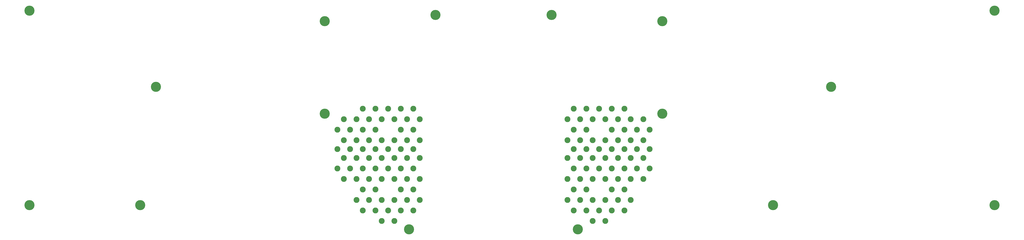
<source format=gts>
G04 #@! TF.GenerationSoftware,KiCad,Pcbnew,(5.1.6)-1*
G04 #@! TF.CreationDate,2020-07-05T16:46:13+02:00*
G04 #@! TF.ProjectId,top,746f702e-6b69-4636-9164-5f7063625858,rev?*
G04 #@! TF.SameCoordinates,Original*
G04 #@! TF.FileFunction,Soldermask,Top*
G04 #@! TF.FilePolarity,Negative*
%FSLAX46Y46*%
G04 Gerber Fmt 4.6, Leading zero omitted, Abs format (unit mm)*
G04 Created by KiCad (PCBNEW (5.1.6)-1) date 2020-07-05 16:46:13*
%MOMM*%
%LPD*%
G01*
G04 APERTURE LIST*
%ADD10C,2.800000*%
%ADD11C,1.100000*%
%ADD12C,4.800000*%
G04 APERTURE END LIST*
D10*
X338899600Y-109728400D03*
X347899600Y-113978400D03*
X356899600Y-109728400D03*
X338899600Y-118978400D03*
X329899600Y-113978400D03*
X329899600Y-123978400D03*
X329899600Y-133978400D03*
X338899600Y-138978400D03*
X347899600Y-133978400D03*
X347899600Y-123978400D03*
X356899600Y-118978400D03*
X356899600Y-100478400D03*
X347899600Y-105478400D03*
X329899600Y-105478400D03*
X329899600Y-95478400D03*
X347899600Y-95478400D03*
X338899600Y-90478400D03*
X323899600Y-105478400D03*
X359899600Y-105478400D03*
X353899600Y-105478400D03*
X362899600Y-100478400D03*
X359899600Y-95478400D03*
X362899600Y-109728400D03*
X326899600Y-109728400D03*
X350899600Y-109728400D03*
X344899600Y-109728400D03*
X332899600Y-109728400D03*
X350899600Y-90478400D03*
X359899600Y-113978400D03*
X359899600Y-123978400D03*
X362899600Y-118978400D03*
X350899600Y-100478400D03*
X353899600Y-95478400D03*
X323899600Y-113978400D03*
X350899600Y-118978400D03*
X353899600Y-113978400D03*
X350899600Y-128978400D03*
X353899600Y-123978400D03*
X350899600Y-138978400D03*
X353899600Y-133978400D03*
X326899600Y-118978400D03*
X323899600Y-123978400D03*
X323899600Y-133978400D03*
X326899600Y-128978400D03*
X326899600Y-138978400D03*
X323899600Y-95478400D03*
X326899600Y-90478400D03*
X326899600Y-100478400D03*
X332899600Y-138978400D03*
X344899600Y-138978400D03*
X341899600Y-143978400D03*
X335899600Y-143978400D03*
X344899600Y-118978400D03*
X332899600Y-118978400D03*
X335899600Y-113978400D03*
X341899600Y-113978400D03*
X344899600Y-90478400D03*
X332899600Y-90478400D03*
X335899600Y-133978400D03*
X341899600Y-133978400D03*
X332899600Y-128978400D03*
X344899600Y-128978400D03*
X341899600Y-95478400D03*
X335899600Y-95478400D03*
X344899600Y-100478400D03*
X332899600Y-100478400D03*
X335899600Y-123978400D03*
X341899600Y-123978400D03*
X335899600Y-105478400D03*
X341899600Y-105478400D03*
X235899600Y-105478400D03*
X241899600Y-105478400D03*
X235899600Y-123978400D03*
X241899600Y-123978400D03*
X244899600Y-100478400D03*
X232899600Y-100478400D03*
X241899600Y-95478400D03*
X235899600Y-95478400D03*
X232899600Y-128978400D03*
X244899600Y-128978400D03*
X235899600Y-133978400D03*
X241899600Y-133978400D03*
X244899600Y-90478400D03*
X232899600Y-90478400D03*
X235899600Y-113978400D03*
X241899600Y-113978400D03*
X244899600Y-118978400D03*
X232899600Y-118978400D03*
X241899600Y-143978400D03*
X235899600Y-143978400D03*
X232899600Y-138978400D03*
X244899600Y-138978400D03*
X250899600Y-100478400D03*
X250899600Y-90478400D03*
X253899600Y-95478400D03*
X250899600Y-138978400D03*
X250899600Y-128978400D03*
X253899600Y-133978400D03*
X253899600Y-123978400D03*
X250899600Y-118978400D03*
X223899600Y-133978400D03*
X226899600Y-138978400D03*
X223899600Y-123978400D03*
X226899600Y-128978400D03*
X223899600Y-113978400D03*
X226899600Y-118978400D03*
X253899600Y-113978400D03*
X223899600Y-95478400D03*
X226899600Y-100478400D03*
X214899600Y-118978400D03*
X217899600Y-123978400D03*
X217899600Y-113978400D03*
X226899600Y-90478400D03*
X244899600Y-109728400D03*
X232899600Y-109728400D03*
X226899600Y-109728400D03*
X250899600Y-109728400D03*
X214899600Y-109728400D03*
X217899600Y-95478400D03*
X214899600Y-100478400D03*
X223899600Y-105478400D03*
X217899600Y-105478400D03*
X253899600Y-105478400D03*
X238899600Y-90478400D03*
X229899600Y-95478400D03*
X247899600Y-95478400D03*
X247899600Y-105478400D03*
X229899600Y-105478400D03*
X220899600Y-100478400D03*
X220899600Y-118978400D03*
X229899600Y-123978400D03*
X229899600Y-133978400D03*
X238899600Y-138978400D03*
X247899600Y-133978400D03*
X247899600Y-123978400D03*
X247899600Y-113978400D03*
X238899600Y-118978400D03*
X220899600Y-109728400D03*
X229899600Y-113978400D03*
X238899600Y-109728400D03*
D11*
X370066326Y-47711674D03*
X368899600Y-47228400D03*
X367732874Y-47711674D03*
X367249600Y-48878400D03*
X367732874Y-50045126D03*
X368899600Y-50528400D03*
X370066326Y-50045126D03*
X370549600Y-48878400D03*
D12*
X368899600Y-48878400D03*
D11*
X210066326Y-47711674D03*
X208899600Y-47228400D03*
X207732874Y-47711674D03*
X207249600Y-48878400D03*
X207732874Y-50045126D03*
X208899600Y-50528400D03*
X210066326Y-50045126D03*
X210549600Y-48878400D03*
D12*
X208899600Y-48878400D03*
D11*
X422566326Y-135211674D03*
X421399600Y-134728400D03*
X420232874Y-135211674D03*
X419749600Y-136378400D03*
X420232874Y-137545126D03*
X421399600Y-138028400D03*
X422566326Y-137545126D03*
X423049600Y-136378400D03*
D12*
X421399600Y-136378400D03*
D11*
X122566326Y-135211674D03*
X121399600Y-134728400D03*
X120232874Y-135211674D03*
X119749600Y-136378400D03*
X120232874Y-137545126D03*
X121399600Y-138028400D03*
X122566326Y-137545126D03*
X123049600Y-136378400D03*
D12*
X121399600Y-136378400D03*
D11*
X450084726Y-78944674D03*
X448918000Y-78461400D03*
X447751274Y-78944674D03*
X447268000Y-80111400D03*
X447751274Y-81278126D03*
X448918000Y-81761400D03*
X450084726Y-81278126D03*
X450568000Y-80111400D03*
D12*
X448918000Y-80111400D03*
D11*
X129984726Y-78944674D03*
X128818000Y-78461400D03*
X127651274Y-78944674D03*
X127168000Y-80111400D03*
X127651274Y-81278126D03*
X128818000Y-81761400D03*
X129984726Y-81278126D03*
X130468000Y-80111400D03*
D12*
X128818000Y-80111400D03*
D11*
X370015526Y-91711674D03*
X368848800Y-91228400D03*
X367682074Y-91711674D03*
X367198800Y-92878400D03*
X367682074Y-94045126D03*
X368848800Y-94528400D03*
X370015526Y-94045126D03*
X370498800Y-92878400D03*
D12*
X368848800Y-92878400D03*
D11*
X210015526Y-91711674D03*
X208848800Y-91228400D03*
X207682074Y-91711674D03*
X207198800Y-92878400D03*
X207682074Y-94045126D03*
X208848800Y-94528400D03*
X210015526Y-94045126D03*
X210498800Y-92878400D03*
D12*
X208848800Y-92878400D03*
D11*
X317566326Y-44711674D03*
X316399600Y-44228400D03*
X315232874Y-44711674D03*
X314749600Y-45878400D03*
X315232874Y-47045126D03*
X316399600Y-47528400D03*
X317566326Y-47045126D03*
X318049600Y-45878400D03*
D12*
X316399600Y-45878400D03*
D11*
X262566326Y-44711674D03*
X261399600Y-44228400D03*
X260232874Y-44711674D03*
X259749600Y-45878400D03*
X260232874Y-47045126D03*
X261399600Y-47528400D03*
X262566326Y-47045126D03*
X263049600Y-45878400D03*
D12*
X261399600Y-45878400D03*
D11*
X250015526Y-146711674D03*
X248848800Y-146228400D03*
X247682074Y-146711674D03*
X247198800Y-147878400D03*
X247682074Y-149045126D03*
X248848800Y-149528400D03*
X250015526Y-149045126D03*
X250498800Y-147878400D03*
D12*
X248848800Y-147878400D03*
D11*
X330015526Y-146711674D03*
X328848800Y-146228400D03*
X327682074Y-146711674D03*
X327198800Y-147878400D03*
X327682074Y-149045126D03*
X328848800Y-149528400D03*
X330015526Y-149045126D03*
X330498800Y-147878400D03*
D12*
X328848800Y-147878400D03*
D11*
X527566326Y-135211674D03*
X526399600Y-134728400D03*
X525232874Y-135211674D03*
X524749600Y-136378400D03*
X525232874Y-137545126D03*
X526399600Y-138028400D03*
X527566326Y-137545126D03*
X528049600Y-136378400D03*
D12*
X526399600Y-136378400D03*
D11*
X527566326Y-42711674D03*
X526399600Y-42228400D03*
X525232874Y-42711674D03*
X524749600Y-43878400D03*
X525232874Y-45045126D03*
X526399600Y-45528400D03*
X527566326Y-45045126D03*
X528049600Y-43878400D03*
D12*
X526399600Y-43878400D03*
D11*
X70066326Y-135211674D03*
X68899600Y-134728400D03*
X67732874Y-135211674D03*
X67249600Y-136378400D03*
X67732874Y-137545126D03*
X68899600Y-138028400D03*
X70066326Y-137545126D03*
X70549600Y-136378400D03*
D12*
X68899600Y-136378400D03*
D11*
X70066326Y-42711674D03*
X68899600Y-42228400D03*
X67732874Y-42711674D03*
X67249600Y-43878400D03*
X67732874Y-45045126D03*
X68899600Y-45528400D03*
X70066326Y-45045126D03*
X70549600Y-43878400D03*
D12*
X68899600Y-43878400D03*
M02*

</source>
